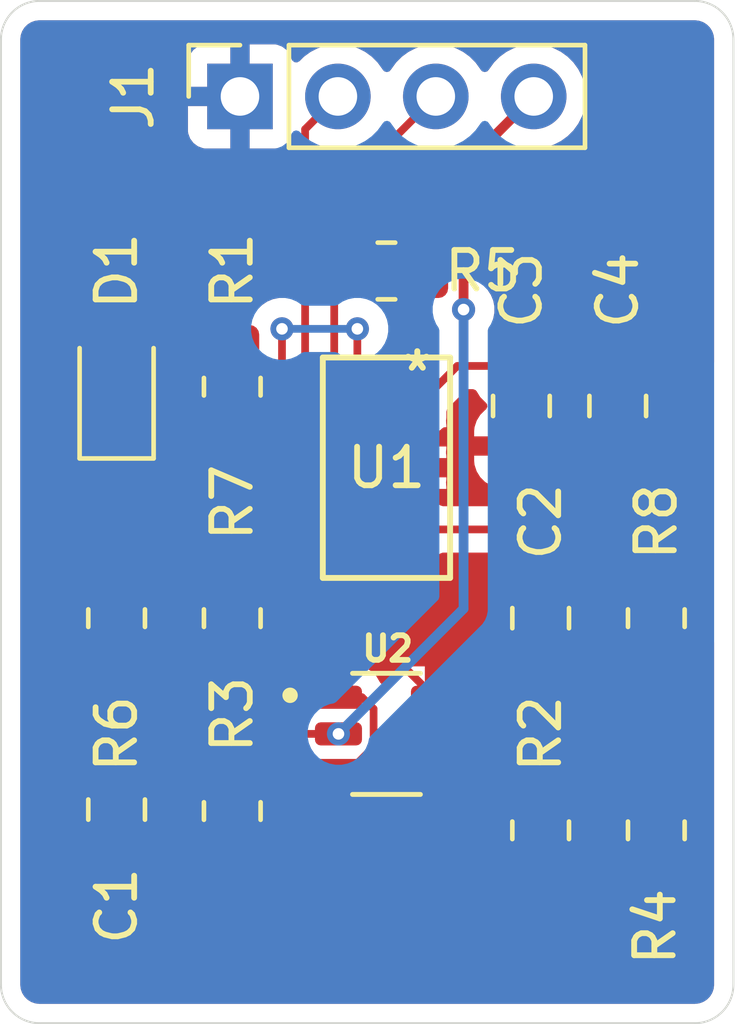
<source format=kicad_pcb>
(kicad_pcb (version 20241229) (generator "pcbnew") (generator_version "9.0")
  (layers (0 "F.Cu" signal) (2 "B.Cu" signal) (13 "F.Paste" user) (15 "B.Paste" user) (5 "F.SilkS" user "F.Silkscreen") (7 "B.SilkS" user "B.Silkscreen") (1 "F.Mask" user) (3 "B.Mask" user) (25 "Edge.Cuts" user))
  (net 0 "")
  (net 1 "+5V")
  (net 2 "GND")
  (net 3 "+2V8")
  (net 4 "Net-(D1-A)")
  (net 5 "/SCL")
  (net 6 "/SDA")
  (net 7 "Net-(U2-FB)")
  (net 8 "Net-(U1-GPIO1)")
  (net 9 "Net-(U1-XSHUT)")
  (footprint "Capacitor_SMD:C_0805_2012Metric_Pad1.18x1.45mm_HandSolder" (layer "F.Cu") (at 138 98.9625 -90)
    (property "Reference" "C1" (at 2.5 0 90) (layer "F.SilkS"))
    (property "Value" "0.47")
    (fp_line (start -0.261252 0.735) (end 0.261252 0.735) (stroke (width 0.12)) (layer "F.SilkS"))
    (fp_line (start -0.261252 -0.735) (end 0.261252 -0.735) (stroke (width 0.12)) (layer "F.SilkS"))
    (pad "1" smd roundrect (at -1.0375 0 270) (size 1.175 1.45) (layers "F.Cu" "F.Mask" "F.Paste") (roundrect_rratio 0.212766) (net 1 "+5V"))
    (pad "2" smd roundrect (at 1.0375 0 270) (size 1.175 1.45) (layers "F.Cu" "F.Mask" "F.Paste") (roundrect_rratio 0.212766) (net 2 "GND"))
  )
  (footprint "Resistor_SMD:R_0805_2012Metric_Pad1.20x1.40mm_HandSolder" (layer "F.Cu") (at 152 94 90)
    (property "Reference" "R8" (at 2.5 0 90) (layer "F.SilkS"))
    (property "Value" "R")
    (fp_line (start -0.227064 -0.735) (end 0.227064 -0.735) (stroke (width 0.12)) (layer "F.SilkS"))
    (fp_line (start -0.227064 0.735) (end 0.227064 0.735) (stroke (width 0.12)) (layer "F.SilkS"))
    (pad "1" smd roundrect (at -1 0 90) (size 1.2 1.4) (layers "F.Cu" "F.Mask" "F.Paste") (roundrect_rratio 0.208333) (net 3 "+2V8"))
    (pad "2" smd roundrect (at 1 0 90) (size 1.2 1.4) (layers "F.Cu" "F.Mask" "F.Paste") (roundrect_rratio 0.208333) (net 9 "Net-(U1-XSHUT)"))
  )
  (footprint "Resistor_SMD:R_0805_2012Metric_Pad1.20x1.40mm_HandSolder" (layer "F.Cu") (at 141 88 90)
    (property "Reference" "R1" (at 3 0 90) (layer "F.SilkS"))
    (property "Value" "1k")
    (fp_line (start -0.227064 -0.735) (end 0.227064 -0.735) (stroke (width 0.12)) (layer "F.SilkS"))
    (fp_line (start -0.227064 0.735) (end 0.227064 0.735) (stroke (width 0.12)) (layer "F.SilkS"))
    (pad "1" smd roundrect (at -1 0 90) (size 1.2 1.4) (layers "F.Cu" "F.Mask" "F.Paste") (roundrect_rratio 0.208333) (net 3 "+2V8"))
    (pad "2" smd roundrect (at 1 0 90) (size 1.2 1.4) (layers "F.Cu" "F.Mask" "F.Paste") (roundrect_rratio 0.208333) (net 4 "Net-(D1-A)"))
  )
  (footprint "VL53L4CDV0DH-1:LGA12_STM" (layer "F.Cu") (at 145 90.099946)
    (property "Reference" "U1" (at 0 0 0) (layer "F.SilkS"))
    (property "Value" "VL53L4CDV0DH/1")
    (fp_line (start -1.651 -2.8575) (end -1.651 2.8575) (stroke (width 0.1524)) (layer "F.SilkS"))
    (fp_line (start -1.651 2.8575) (end 1.651 2.8575) (stroke (width 0.1524)) (layer "F.SilkS"))
    (fp_line (start 1.651 -2.8575) (end -1.651 -2.8575) (stroke (width 0.1524)) (layer "F.SilkS"))
    (fp_line (start 1.651 2.8575) (end 1.651 -2.8575) (stroke (width 0.1524)) (layer "F.SilkS"))
    (fp_text user "*" (at 0.799973 -2.4765 0) (layer "F.SilkS"))
    (fp_text user "*" (at 0.799973 -2.4765 0) (layer "F.SilkS"))
    (pad "1" smd rect (at 0.799973 -1.599999 90) (size 0.508 0.508) (layers "F.Cu" "F.Mask" "F.Paste") (net 3 "+2V8"))
    (pad "2" smd rect (at 0.799973 -0.800001 90) (size 0.508 0.508) (layers "F.Cu" "F.Mask" "F.Paste") (net 2 "GND"))
    (pad "3" smd rect (at 0.799973 0 90) (size 0.508 0.508) (layers "F.Cu" "F.Mask" "F.Paste") (net 2 "GND"))
    (pad "4" smd rect (at 0.799973 0.800001 90) (size 0.508 0.508) (layers "F.Cu" "F.Mask" "F.Paste") (net 2 "GND"))
    (pad "5" smd rect (at 0.799973 1.599999 90) (size 0.508 0.508) (layers "F.Cu" "F.Mask" "F.Paste") (net 9 "Net-(U1-XSHUT)"))
    (pad "6" smd rect (at 0 1.599946) (size 0.508 0.508) (layers "F.Cu" "F.Mask" "F.Paste") (net 2 "GND"))
    (pad "7" smd rect (at -0.799973 1.599999 90) (size 0.508 0.508) (layers "F.Cu" "F.Mask" "F.Paste") (net 8 "Net-(U1-GPIO1)"))
    (pad "8" smd rect (at -0.799973 0.800001 90) (size 0.508 0.508) (layers "F.Cu" "F.Mask" "F.Paste"))
    (pad "9" smd rect (at -0.799973 0 90) (size 0.508 0.508) (layers "F.Cu" "F.Mask" "F.Paste") (net 6 "/SDA"))
    (pad "10" smd rect (at -0.799973 -0.800001 90) (size 0.508 0.508) (layers "F.Cu" "F.Mask" "F.Paste") (net 5 "/SCL"))
    (pad "11" smd rect (at -0.799973 -1.599999 90) (size 0.508 0.508) (layers "F.Cu" "F.Mask" "F.Paste") (net 3 "+2V8"))
    (pad "12" smd rect (at 0 -1.599946) (size 0.508 0.508) (layers "F.Cu" "F.Mask" "F.Paste") (net 2 "GND"))
  )
  (footprint "Capacitor_SMD:C_0805_2012Metric_Pad1.18x1.45mm_HandSolder" (layer "F.Cu") (at 149 94 90)
    (property "Reference" "C2" (at 2.5 0 90) (layer "F.SilkS"))
    (property "Value" "0.47")
    (fp_line (start -0.261252 -0.735) (end 0.261252 -0.735) (stroke (width 0.12)) (layer "F.SilkS"))
    (fp_line (start -0.261252 0.735) (end 0.261252 0.735) (stroke (width 0.12)) (layer "F.SilkS"))
    (pad "1" smd roundrect (at -1.0375 0 90) (size 1.175 1.45) (layers "F.Cu" "F.Mask" "F.Paste") (roundrect_rratio 0.212766) (net 2 "GND"))
    (pad "2" smd roundrect (at 1.0375 0 90) (size 1.175 1.45) (layers "F.Cu" "F.Mask" "F.Paste") (roundrect_rratio 0.212766) (net 3 "+2V8"))
  )
  (footprint "Resistor_SMD:R_0805_2012Metric_Pad1.20x1.40mm_HandSolder" (layer "F.Cu") (at 152 99.5 -90)
    (property "Reference" "R4" (at 2.5 0.03 90) (layer "F.SilkS"))
    (property "Value" "R")
    (fp_line (start -0.227064 0.735) (end 0.227064 0.735) (stroke (width 0.12)) (layer "F.SilkS"))
    (fp_line (start -0.227064 -0.735) (end 0.227064 -0.735) (stroke (width 0.12)) (layer "F.SilkS"))
    (pad "1" smd roundrect (at -1 0 270) (size 1.2 1.4) (layers "F.Cu" "F.Mask" "F.Paste") (roundrect_rratio 0.208333) (net 3 "+2V8"))
    (pad "2" smd roundrect (at 1 0 270) (size 1.2 1.4) (layers "F.Cu" "F.Mask" "F.Paste") (roundrect_rratio 0.208333) (net 7 "Net-(U2-FB)"))
  )
  (footprint "Capacitor_SMD:C_0805_2012Metric_Pad1.18x1.45mm_HandSolder" (layer "F.Cu") (at 151 88.5 -90)
    (property "Reference" "C4" (at -3 0 90) (layer "F.SilkS"))
    (property "Value" "4.7")
    (fp_line (start -0.261252 0.735) (end 0.261252 0.735) (stroke (width 0.12)) (layer "F.SilkS"))
    (fp_line (start -0.261252 -0.735) (end 0.261252 -0.735) (stroke (width 0.12)) (layer "F.SilkS"))
    (pad "1" smd roundrect (at -1.0375 0 270) (size 1.175 1.45) (layers "F.Cu" "F.Mask" "F.Paste") (roundrect_rratio 0.212766) (net 3 "+2V8"))
    (pad "2" smd roundrect (at 1.0375 0 270) (size 1.175 1.45) (layers "F.Cu" "F.Mask" "F.Paste") (roundrect_rratio 0.212766) (net 2 "GND"))
  )
  (footprint "Resistor_SMD:R_0805_2012Metric_Pad1.20x1.40mm_HandSolder" (layer "F.Cu") (at 138 94 90)
    (property "Reference" "R6" (at -3 0 90) (layer "F.SilkS"))
    (property "Value" "R")
    (fp_line (start -0.227064 -0.735) (end 0.227064 -0.735) (stroke (width 0.12)) (layer "F.SilkS"))
    (fp_line (start -0.227064 0.735) (end 0.227064 0.735) (stroke (width 0.12)) (layer "F.SilkS"))
    (pad "1" smd roundrect (at -1 0 90) (size 1.2 1.4) (layers "F.Cu" "F.Mask" "F.Paste") (roundrect_rratio 0.208333) (net 3 "+2V8"))
    (pad "2" smd roundrect (at 1 0 90) (size 1.2 1.4) (layers "F.Cu" "F.Mask" "F.Paste") (roundrect_rratio 0.208333) (net 6 "/SDA"))
  )
  (footprint "LED_SMD:LED_0805_2012Metric_Pad1.15x1.40mm_HandSolder" (layer "F.Cu") (at 138 88 90)
    (property "Reference" "D1" (at 3 0 90) (layer "F.SilkS"))
    (property "Value" "LED")
    (fp_line (start 1 -0.96) (end -1.86 -0.96) (stroke (width 0.12)) (layer "F.SilkS"))
    (fp_line (start -1.86 -0.96) (end -1.86 0.96) (stroke (width 0.12)) (layer "F.SilkS"))
    (fp_line (start -1.86 0.96) (end 1 0.96) (stroke (width 0.12)) (layer "F.SilkS"))
    (pad "1" smd roundrect (at -1.025 0 90) (size 1.15 1.4) (layers "F.Cu" "F.Mask" "F.Paste") (roundrect_rratio 0.217391) (net 2 "GND"))
    (pad "2" smd roundrect (at 1.025 0 90) (size 1.15 1.4) (layers "F.Cu" "F.Mask" "F.Paste") (roundrect_rratio 0.217391) (net 4 "Net-(D1-A)"))
  )
  (footprint "Resistor_SMD:R_0805_2012Metric_Pad1.20x1.40mm_HandSolder" (layer "F.Cu") (at 149 99.5 90)
    (property "Reference" "R2" (at 2.5 0 90) (layer "F.SilkS"))
    (property "Value" "R")
    (fp_line (start -0.227064 -0.735) (end 0.227064 -0.735) (stroke (width 0.12)) (layer "F.SilkS"))
    (fp_line (start -0.227064 0.735) (end 0.227064 0.735) (stroke (width 0.12)) (layer "F.SilkS"))
    (pad "1" smd roundrect (at -1 0 90) (size 1.2 1.4) (layers "F.Cu" "F.Mask" "F.Paste") (roundrect_rratio 0.208333) (net 2 "GND"))
    (pad "2" smd roundrect (at 1 0 90) (size 1.2 1.4) (layers "F.Cu" "F.Mask" "F.Paste") (roundrect_rratio 0.208333) (net 7 "Net-(U2-FB)"))
  )
  (footprint "ADP3331ARTZ_REEL7:SOT95P280X145-6N" (layer "F.Cu") (at 145 97)
    (property "Reference" "U2" (at 0.032 -2.2064 0) (layer "F.SilkS") (effects (font (size 0.64 0.64))))
    (property "Value" "ADP3331ARTZ-REEL7")
    (fp_line (start -0.88 -1.57) (end 0.88 -1.57) (stroke (width 0.127)) (layer "F.SilkS"))
    (fp_line (start -0.88 1.57) (end 0.88 1.57) (stroke (width 0.127)) (layer "F.SilkS"))
    (fp_circle (center -2.5 -1) (end -2.4 -1) (stroke (width 0.2)) (fill no) (layer "F.SilkS"))
    (pad "1" smd roundrect (at -1.245 -0.95) (size 1.22 0.6) (layers "F.Cu" "F.Mask" "F.Paste") (net 3 "+2V8"))
    (pad "2" smd roundrect (at -1.245 0) (size 1.22 0.6) (layers "F.Cu" "F.Mask" "F.Paste") (net 1 "+5V"))
    (pad "3" smd roundrect (at -1.245 0.95) (size 1.22 0.6) (layers "F.Cu" "F.Mask" "F.Paste") (net 3 "+2V8"))
    (pad "4" smd roundrect (at 1.245 0.95) (size 1.22 0.6) (layers "F.Cu" "F.Mask" "F.Paste") (net 2 "GND"))
    (pad "5" smd roundrect (at 1.245 0) (size 1.22 0.6) (layers "F.Cu" "F.Mask" "F.Paste") (net 7 "Net-(U2-FB)"))
    (pad "6" smd roundrect (at 1.245 -0.95) (size 1.22 0.6) (layers "F.Cu" "F.Mask" "F.Paste") (net 2 "GND"))
  )
  (footprint "Resistor_SMD:R_0805_2012Metric_Pad1.20x1.40mm_HandSolder" (layer "F.Cu") (at 145 85 180)
    (property "Reference" "R5" (at -2.5 0 0) (layer "F.SilkS"))
    (property "Value" "R")
    (fp_line (start -0.227064 0.735) (end 0.227064 0.735) (stroke (width 0.12)) (layer "F.SilkS"))
    (fp_line (start -0.227064 -0.735) (end 0.227064 -0.735) (stroke (width 0.12)) (layer "F.SilkS"))
    (pad "1" smd roundrect (at -1 0 180) (size 1.2 1.4) (layers "F.Cu" "F.Mask" "F.Paste") (roundrect_rratio 0.208333) (net 3 "+2V8"))
    (pad "2" smd roundrect (at 1 0 180) (size 1.2 1.4) (layers "F.Cu" "F.Mask" "F.Paste") (roundrect_rratio 0.208333) (net 5 "/SCL"))
  )
  (footprint "Resistor_SMD:R_0805_2012Metric_Pad1.20x1.40mm_HandSolder" (layer "F.Cu") (at 141 94 90)
    (property "Reference" "R7" (at 3 0 90) (layer "F.SilkS"))
    (property "Value" "R")
    (fp_line (start -0.227064 -0.735) (end 0.227064 -0.735) (stroke (width 0.12)) (layer "F.SilkS"))
    (fp_line (start -0.227064 0.735) (end 0.227064 0.735) (stroke (width 0.12)) (layer "F.SilkS"))
    (pad "1" smd roundrect (at -1 0 90) (size 1.2 1.4) (layers "F.Cu" "F.Mask" "F.Paste") (roundrect_rratio 0.208333) (net 3 "+2V8"))
    (pad "2" smd roundrect (at 1 0 90) (size 1.2 1.4) (layers "F.Cu" "F.Mask" "F.Paste") (roundrect_rratio 0.208333) (net 8 "Net-(U1-GPIO1)"))
  )
  (footprint "Resistor_SMD:R_0805_2012Metric_Pad1.20x1.40mm_HandSolder" (layer "F.Cu") (at 141 99 90)
    (property "Reference" "R3" (at 2.5 0 90) (layer "F.SilkS"))
    (property "Value" "330k")
    (fp_line (start -0.227064 -0.735) (end 0.227064 -0.735) (stroke (width 0.12)) (layer "F.SilkS"))
    (fp_line (start -0.227064 0.735) (end 0.227064 0.735) (stroke (width 0.12)) (layer "F.SilkS"))
    (pad "1" smd roundrect (at -1 0 90) (size 1.2 1.4) (layers "F.Cu" "F.Mask" "F.Paste") (roundrect_rratio 0.208333) (net 3 "+2V8"))
    (pad "2" smd roundrect (at 1 0 90) (size 1.2 1.4) (layers "F.Cu" "F.Mask" "F.Paste") (roundrect_rratio 0.208333) (net 3 "+2V8"))
  )
  (footprint "Connector_PinSocket_2.54mm:PinSocket_1x04_P2.54mm_Vertical" (layer "F.Cu") (at 141.2 80.475 90)
    (property "Reference" "J1" (at 0 -2.77 90) (layer "F.SilkS"))
    (property "Value" "Conn_01x04_Pin")
    (fp_line (start 1.33 -1.33) (end 1.33 0) (stroke (width 0.12)) (layer "F.SilkS"))
    (fp_line (start 0 -1.33) (end 1.33 -1.33) (stroke (width 0.12)) (layer "F.SilkS"))
    (fp_line (start 1.33 1.27) (end 1.33 8.95) (stroke (width 0.12)) (layer "F.SilkS"))
    (fp_line (start -1.33 1.27) (end 1.33 1.27) (stroke (width 0.12)) (layer "F.SilkS"))
    (fp_line (start -1.33 1.27) (end -1.33 8.95) (stroke (width 0.12)) (layer "F.SilkS"))
    (fp_line (start -1.33 8.95) (end 1.33 8.95) (stroke (width 0.12)) (layer "F.SilkS"))
    (pad "1" thru_hole rect (at 0 0 90) (size 1.7 1.7) (drill 1) (layers "*.Cu" "*.Mask") (net 2 "GND"))
    (pad "2" thru_hole circle (at 0 2.54 90) (size 1.7 1.7) (drill 1) (layers "*.Cu" "*.Mask") (net 6 "/SDA"))
    (pad "3" thru_hole circle (at 0 5.08 90) (size 1.7 1.7) (drill 1) (layers "*.Cu" "*.Mask") (net 5 "/SCL"))
    (pad "4" thru_hole circle (at 0 7.62 90) (size 1.7 1.7) (drill 1) (layers "*.Cu" "*.Mask") (net 1 "+5V"))
  )
  (footprint "Capacitor_SMD:C_0805_2012Metric_Pad1.18x1.45mm_HandSolder" (layer "F.Cu") (at 148.5 88.5 -90)
    (property "Reference" "C3" (at -3 0 90) (layer "F.SilkS"))
    (property "Value" "100nF")
    (fp_line (start -0.261252 0.735) (end 0.261252 0.735) (stroke (width 0.12)) (layer "F.SilkS"))
    (fp_line (start -0.261252 -0.735) (end 0.261252 -0.735) (stroke (width 0.12)) (layer "F.SilkS"))
    (pad "1" smd roundrect (at -1.0375 0 270) (size 1.175 1.45) (layers "F.Cu" "F.Mask" "F.Paste") (roundrect_rratio 0.212766) (net 3 "+2V8"))
    (pad "2" smd roundrect (at 1.0375 0 270) (size 1.175 1.45) (layers "F.Cu" "F.Mask" "F.Paste") (roundrect_rratio 0.212766) (net 2 "GND"))
  )
  (gr_arc (start 135 79) (mid 135.292893 78.292893) (end 136 78) (stroke (width 0.05)) (layer "Edge.Cuts"))
  (gr_line (start 153 78) (end 136 78) (stroke (width 0.05)) (layer "Edge.Cuts"))
  (gr_arc (start 154 103.5) (mid 153.707107 104.207107) (end 153 104.5) (stroke (width 0.05)) (layer "Edge.Cuts"))
  (gr_arc (start 153 78) (mid 153.707107 78.292893) (end 154 79) (stroke (width 0.05)) (layer "Edge.Cuts"))
  (gr_line (start 135 79) (end 135 103.5) (stroke (width 0.05)) (layer "Edge.Cuts"))
  (gr_line (start 136 104.5) (end 153 104.5) (stroke (width 0.05)) (layer "Edge.Cuts"))
  (gr_arc (start 136 104.5) (mid 135.292893 104.207107) (end 135 103.5) (stroke (width 0.05)) (layer "Edge.Cuts"))
  (gr_line (start 154 103.5) (end 154 79) (stroke (width 0.05)) (layer "Edge.Cuts"))
  (segment (start 148.82 80.475) (end 147 82.295) (width 0.254) (layer "F.Cu") (net 1))
  (segment (start 147 82.295) (end 147 86) (width 0.254) (layer "F.Cu") (net 1))
  (segment (start 138.925 97) (end 143.755 97) (width 0.2) (layer "F.Cu") (net 1))
  (segment (start 138 97.925) (end 138.925 97) (width 0.2) (layer "F.Cu") (net 1))
  (via (at 143.755 97) (size 0.6) (drill 0.3) (layers "F.Cu" "B.Cu") (net 1))
  (via (at 147 86) (size 0.6) (drill 0.3) (layers "F.Cu" "B.Cu") (net 1))
  (segment (start 147 93.755) (end 143.755 97) (width 0.254) (layer "B.Cu") (net 1))
  (segment (start 147 86) (end 147 93.755) (width 0.254) (layer "B.Cu") (net 1))
  (segment (start 145 88.809974) (end 145.489971 89.299945) (width 0.2) (layer "F.Cu") (net 2))
  (segment (start 145.345973 90.899947) (end 145 91.24592) (width 0.2) (layer "F.Cu") (net 2))
  (segment (start 145 94.805) (end 146.245 96.05) (width 0.2) (layer "F.Cu") (net 2))
  (segment (start 146.245 97.95) (end 145.943032 97.95) (width 0.2) (layer "F.Cu") (net 2))
  (segment (start 145.799973 90.899947) (end 145.345973 90.899947) (width 0.2) (layer "F.Cu") (net 2))
  (segment (start 148.0375 89.5375) (end 147.799945 89.299945) (width 0.2) (layer "F.Cu") (net 2))
  (segment (start 145.799973 89.299945) (end 145.799973 90.099946) (width 0.2) (layer "F.Cu") (net 2))
  (segment (start 148.5 89.5375) (end 148.0375 89.5375) (width 0.2) (layer "F.Cu") (net 2))
  (segment (start 145 91.24592) (end 145 91.699892) (width 0.2) (layer "F.Cu") (net 2))
  (segment (start 145 91.699892) (end 145 94.805) (width 0.2) (layer "F.Cu") (net 2))
  (segment (start 145 88.5) (end 145 88.809974) (width 0.2) (layer "F.Cu") (net 2))
  (segment (start 149 100.5) (end 148.795 100.5) (width 0.2) (layer "F.Cu") (net 2))
  (segment (start 145.799973 90.099946) (end 145.799973 90.899947) (width 0.2) (layer "F.Cu") (net 2))
  (segment (start 145.489971 89.299945) (end 145.799973 89.299945) (width 0.2) (layer "F.Cu") (net 2))
  (segment (start 143.755 97.95) (end 144.056968 97.95) (width 0.2) (layer "F.Cu") (net 3))
  (segment (start 152 98.5) (end 152 95) (width 0.2) (layer "F.Cu") (net 3))
  (segment (start 148.5 87.4625) (end 146.83742 87.4625) (width 0.2) (layer "F.Cu") (net 3))
  (segment (start 152.4625 87.4625) (end 153 88) (width 0.2) (layer "F.Cu") (net 3))
  (segment (start 136.999 93.999) (end 138 95) (width 0.2) (layer "F.Cu") (net 3))
  (segment (start 149 92.9625) (end 149.9625 92.9625) (width 0.2) (layer "F.Cu") (net 3))
  (segment (start 146 87) (end 145.5 87.5) (width 0.2) (layer "F.Cu") (net 3))
  (segment (start 144.666 96.351001) (end 144.364999 96.05) (width 0.2) (layer "F.Cu") (net 3))
  (segment (start 141.5 95) (end 142.55 96.05) (width 0.2) (layer "F.Cu") (net 3))
  (segment (start 142.55 96.05) (end 143.755 96.05) (width 0.2) (layer "F.Cu") (net 3))
  (segment (start 144.364999 96.05) (end 143.755 96.05) (width 0.2) (layer "F.Cu") (net 3))
  (segment (start 143.705 98) (end 143.755 97.95) (width 0.2) (layer "F.Cu") (net 3))
  (segment (start 140.41384 89) (end 136.999 92.41484) (width 0.2) (layer "F.Cu") (net 3))
  (segment (start 144.245027 87.245027) (end 144.5 87.5) (width 0.2) (layer "F.Cu") (net 3))
  (segment (start 153 94) (end 152 95) (width 0.2) (layer "F.Cu") (net 3))
  (segment (start 151 87.4625) (end 152.4625 87.4625) (width 0.2) (layer "F.Cu") (net 3))
  (segment (start 141 98) (end 143.705 98) (width 0.2) (layer "F.Cu") (net 3))
  (segment (start 144.666 97.340968) (end 144.666 96.351001) (width 0.2) (layer "F.Cu") (net 3))
  (segment (start 145.5 87.5) (end 145.799973 87.799973) (width 0.2) (layer "F.Cu") (net 3))
  (segment (start 144.5 87.5) (end 145.5 87.5) (width 0.2) (layer "F.Cu") (net 3))
  (segment (start 151 87.4625) (end 148.5 87.4625) (width 0.2) (layer "F.Cu") (net 3))
  (segment (start 144.200027 88.499947) (end 144.200027 87.799973) (width 0.2) (layer "F.Cu") (net 3))
  (segment (start 141 95) (end 141.5 95) (width 0.2) (layer "F.Cu") (net 3))
  (segment (start 153 88) (end 153 94) (width 0.2) (layer "F.Cu") (net 3))
  (segment (start 142.29 87.71) (end 142.29 86.5) (width 0.2) (layer "F.Cu") (net 3))
  (segment (start 146 85) (end 146 87) (width 0.2) (layer "F.Cu") (net 3))
  (segment (start 144.200027 87.799973) (end 144.5 87.5) (width 0.2) (layer "F.Cu") (net 3))
  (segment (start 145.799973 87.799973) (end 145.799973 88.499947) (width 0.2) (layer "F.Cu") (net 3))
  (segment (start 141 89) (end 140.41384 89) (width 0.2) (layer "F.Cu") (net 3))
  (segment (start 136.999 92.41484) (end 136.999 93.999) (width 0.2) (layer "F.Cu") (net 3))
  (segment (start 144.056968 97.95) (end 144.666 97.340968) (width 0.2) (layer "F.Cu") (net 3))
  (segment (start 144.245027 86.5) (end 144.245027 87.245027) (width 0.2) (layer "F.Cu") (net 3))
  (segment (start 138 95) (end 141 95) (width 0.2) (layer "F.Cu") (net 3))
  (segment (start 141 89) (end 142.29 87.71) (width 0.2) (layer "F.Cu") (net 3))
  (segment (start 149.9625 92.9625) (end 152 95) (width 0.2) (layer "F.Cu") (net 3))
  (segment (start 146.83742 87.4625) (end 145.799973 88.499947) (width 0.2) (layer "F.Cu") (net 3))
  (via (at 144.245027 86.5) (size 0.6) (drill 0.3) (layers "F.Cu" "B.Cu") (net 3))
  (via (at 142.29 86.5) (size 0.6) (drill 0.3) (layers "F.Cu" "B.Cu") (net 3))
  (segment (start 142.29 86.5) (end 144.245027 86.5) (width 0.2) (layer "B.Cu") (net 3))
  (segment (start 141 87) (end 138.025 87) (width 0.2) (layer "F.Cu") (net 4))
  (segment (start 138.025 87) (end 138 86.975) (width 0.2) (layer "F.Cu") (net 4))
  (segment (start 144.200027 89.299945) (end 143.890025 89.299945) (width 0.2) (layer "F.Cu") (net 5))
  (segment (start 143.645027 89.054947) (end 143.645027 85.354973) (width 0.2) (layer "F.Cu") (net 5))
  (segment (start 146.28 80.475) (end 144 82.755) (width 0.2) (layer "F.Cu") (net 5))
  (segment (start 144 82.755) (end 144 85) (width 0.2) (layer "F.Cu") (net 5))
  (segment (start 143.645027 85.354973) (end 144 85) (width 0.2) (layer "F.Cu") (net 5))
  (segment (start 143.890025 89.299945) (end 143.645027 89.054947) (width 0.2) (layer "F.Cu") (net 5))
  (segment (start 143.74 80.475) (end 142.89 81.325) (width 0.2) (layer "F.Cu") (net 6))
  (segment (start 143.5 90.099946) (end 144.200027 90.099946) (width 0.2) (layer "F.Cu") (net 6))
  (segment (start 140.900054 90.099946) (end 143.5 90.099946) (width 0.2) (layer "F.Cu") (net 6))
  (segment (start 138 93) (end 140.900054 90.099946) (width 0.2) (layer "F.Cu") (net 6))
  (segment (start 142.89 81.325) (end 142.89 89.489946) (width 0.2) (layer "F.Cu") (net 6))
  (segment (start 142.89 89.489946) (end 143.5 90.099946) (width 0.2) (layer "F.Cu") (net 6))
  (segment (start 146.245 97) (end 147.5 97) (width 0.2) (layer "F.Cu") (net 7))
  (segment (start 147.5 97) (end 149 98.5) (width 0.2) (layer "F.Cu") (net 7))
  (segment (start 152 100.5) (end 151 100.5) (width 0.2) (layer "F.Cu") (net 7))
  (segment (start 151 100.5) (end 149 98.5) (width 0.2) (layer "F.Cu") (net 7))
  (segment (start 142.300055 91.699945) (end 141 93) (width 0.2) (layer "F.Cu") (net 8))
  (segment (start 144.200027 91.699945) (end 142.300055 91.699945) (width 0.2) (layer "F.Cu") (net 8))
  (segment (start 152 93) (end 150.699945 91.699945) (width 0.2) (layer "F.Cu") (net 9))
  (segment (start 150.699945 91.699945) (end 145.799973 91.699945) (width 0.2) (layer "F.Cu") (net 9))
  (zone (net 2) (net_name "GND") (layers "F.Cu" "B.Cu") (connect_pads (clearance 0.5)) (min_thickness 0.25) (fill yes (thermal_gap 0.5) (thermal_bridge_width 0.5))
    (polygon (pts (xy 135 78) (xy 154 78) (xy 154 104.5) (xy 135 104.5)))
  )
)
</source>
